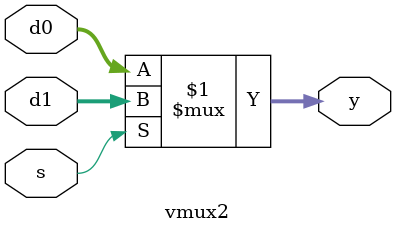
<source format=v>
module vmux2(
    input [31:0] d0, d1,
    input s,
    output [31:0] y
);
    assign y = s ? d1 : d0;
endmodule
</source>
